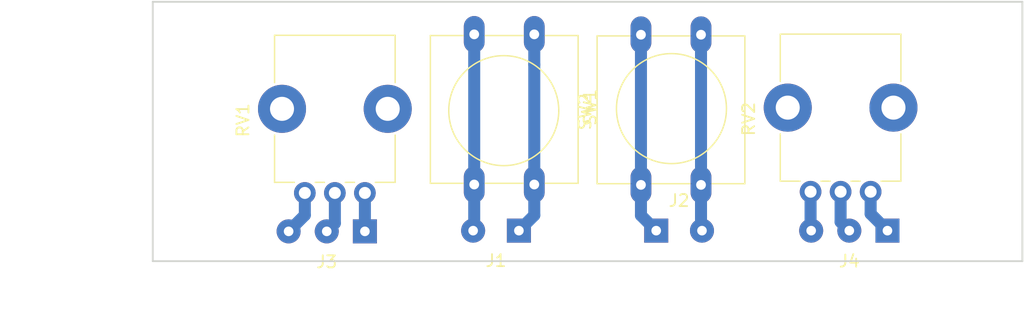
<source format=kicad_pcb>
(kicad_pcb (version 20171130) (host pcbnew 5.0.2-bee76a0~70~ubuntu16.04.1)

  (general
    (thickness 1.6)
    (drawings 6)
    (tracks 26)
    (zones 0)
    (modules 8)
    (nets 10)
  )

  (page A4)
  (layers
    (0 F.Cu signal)
    (31 B.Cu signal)
    (32 B.Adhes user)
    (33 F.Adhes user)
    (34 B.Paste user)
    (35 F.Paste user)
    (36 B.SilkS user)
    (37 F.SilkS user)
    (38 B.Mask user)
    (39 F.Mask user)
    (40 Dwgs.User user)
    (41 Cmts.User user)
    (42 Eco1.User user)
    (43 Eco2.User user)
    (44 Edge.Cuts user)
    (45 Margin user)
    (46 B.CrtYd user)
    (47 F.CrtYd user)
    (48 B.Fab user)
    (49 F.Fab user)
  )

  (setup
    (last_trace_width 1)
    (trace_clearance 0.5)
    (zone_clearance 0.508)
    (zone_45_only no)
    (trace_min 0.2)
    (segment_width 0.2)
    (edge_width 0.15)
    (via_size 0.8)
    (via_drill 0.4)
    (via_min_size 0.4)
    (via_min_drill 0.3)
    (uvia_size 0.3)
    (uvia_drill 0.1)
    (uvias_allowed no)
    (uvia_min_size 0.2)
    (uvia_min_drill 0.1)
    (pcb_text_width 0.3)
    (pcb_text_size 1.5 1.5)
    (mod_edge_width 0.15)
    (mod_text_size 1 1)
    (mod_text_width 0.15)
    (pad_size 1.524 1.524)
    (pad_drill 0.762)
    (pad_to_mask_clearance 0.051)
    (solder_mask_min_width 0.25)
    (aux_axis_origin 0 0)
    (visible_elements FFFFFF7F)
    (pcbplotparams
      (layerselection 0x010fc_ffffffff)
      (usegerberextensions false)
      (usegerberattributes false)
      (usegerberadvancedattributes false)
      (creategerberjobfile false)
      (excludeedgelayer true)
      (linewidth 0.100000)
      (plotframeref false)
      (viasonmask false)
      (mode 1)
      (useauxorigin false)
      (hpglpennumber 1)
      (hpglpenspeed 20)
      (hpglpendiameter 15.000000)
      (psnegative false)
      (psa4output false)
      (plotreference true)
      (plotvalue true)
      (plotinvisibletext false)
      (padsonsilk false)
      (subtractmaskfromsilk false)
      (outputformat 1)
      (mirror false)
      (drillshape 1)
      (scaleselection 1)
      (outputdirectory ""))
  )

  (net 0 "")
  (net 1 "Net-(J1-Pad1)")
  (net 2 "Net-(J1-Pad2)")
  (net 3 "Net-(J3-Pad1)")
  (net 4 "Net-(J3-Pad2)")
  (net 5 "Net-(J3-Pad3)")
  (net 6 "Net-(J4-Pad3)")
  (net 7 "Net-(J4-Pad2)")
  (net 8 "Net-(J4-Pad1)")
  (net 9 "Net-(J2-Pad2)")

  (net_class Default "This is the default net class."
    (clearance 0.5)
    (trace_width 1)
    (via_dia 0.8)
    (via_drill 0.4)
    (uvia_dia 0.3)
    (uvia_drill 0.1)
    (add_net "Net-(J1-Pad1)")
    (add_net "Net-(J1-Pad2)")
    (add_net "Net-(J2-Pad2)")
    (add_net "Net-(J3-Pad1)")
    (add_net "Net-(J3-Pad2)")
    (add_net "Net-(J3-Pad3)")
    (add_net "Net-(J4-Pad1)")
    (add_net "Net-(J4-Pad2)")
    (add_net "Net-(J4-Pad3)")
  )

  (module Potentiometer_THT:Potentiometer_Alps_RK09K_Single_Vertical (layer F.Cu) (tedit 5A3D4993) (tstamp 5C270F83)
    (at 100.4 126.3 90)
    (descr "Potentiometer, vertical, Alps RK09K Single, http://www.alps.com/prod/info/E/HTML/Potentiometer/RotaryPotentiometers/RK09K/RK09K_list.html")
    (tags "Potentiometer vertical Alps RK09K Single")
    (path /5C1A7280)
    (fp_text reference RV2 (at 6.05 -10.15 90) (layer F.SilkS)
      (effects (font (size 1 1) (thickness 0.15)))
    )
    (fp_text value R_POT (at 6.05 5.15 90) (layer F.Fab)
      (effects (font (size 1 1) (thickness 0.15)))
    )
    (fp_text user %R (at 2 -2.5 180) (layer F.Fab)
      (effects (font (size 1 1) (thickness 0.15)))
    )
    (fp_line (start 13.25 -9.15) (end -1.15 -9.15) (layer F.CrtYd) (width 0.05))
    (fp_line (start 13.25 4.15) (end 13.25 -9.15) (layer F.CrtYd) (width 0.05))
    (fp_line (start -1.15 4.15) (end 13.25 4.15) (layer F.CrtYd) (width 0.05))
    (fp_line (start -1.15 -9.15) (end -1.15 4.15) (layer F.CrtYd) (width 0.05))
    (fp_line (start 13.12 -7.521) (end 13.12 2.52) (layer F.SilkS) (width 0.12))
    (fp_line (start 0.88 0.87) (end 0.88 2.52) (layer F.SilkS) (width 0.12))
    (fp_line (start 0.88 -1.629) (end 0.88 -0.87) (layer F.SilkS) (width 0.12))
    (fp_line (start 0.88 -4.129) (end 0.88 -3.37) (layer F.SilkS) (width 0.12))
    (fp_line (start 0.88 -7.521) (end 0.88 -5.871) (layer F.SilkS) (width 0.12))
    (fp_line (start 9.184 2.52) (end 13.12 2.52) (layer F.SilkS) (width 0.12))
    (fp_line (start 0.88 2.52) (end 4.817 2.52) (layer F.SilkS) (width 0.12))
    (fp_line (start 9.184 -7.521) (end 13.12 -7.521) (layer F.SilkS) (width 0.12))
    (fp_line (start 0.88 -7.521) (end 4.817 -7.521) (layer F.SilkS) (width 0.12))
    (fp_line (start 13 -7.4) (end 1 -7.4) (layer F.Fab) (width 0.1))
    (fp_line (start 13 2.4) (end 13 -7.4) (layer F.Fab) (width 0.1))
    (fp_line (start 1 2.4) (end 13 2.4) (layer F.Fab) (width 0.1))
    (fp_line (start 1 -7.4) (end 1 2.4) (layer F.Fab) (width 0.1))
    (fp_circle (center 7.5 -2.5) (end 10.5 -2.5) (layer F.Fab) (width 0.1))
    (pad "" np_thru_hole circle (at 7 1.9 90) (size 4 4) (drill 2) (layers *.Cu *.Mask))
    (pad "" np_thru_hole circle (at 7 -6.9 90) (size 4 4) (drill 2) (layers *.Cu *.Mask))
    (pad 1 thru_hole circle (at 0 0 90) (size 1.8 1.8) (drill 1) (layers *.Cu *.Mask)
      (net 8 "Net-(J4-Pad1)"))
    (pad 2 thru_hole circle (at 0 -2.5 90) (size 1.8 1.8) (drill 1) (layers *.Cu *.Mask)
      (net 7 "Net-(J4-Pad2)"))
    (pad 3 thru_hole circle (at 0 -5 90) (size 1.8 1.8) (drill 1) (layers *.Cu *.Mask)
      (net 6 "Net-(J4-Pad3)"))
    (model ${KISYS3DMOD}/Potentiometer_THT.3dshapes/Potentiometer_Alps_RK09K_Single_Vertical.wrl
      (at (xyz 0 0 0))
      (scale (xyz 1 1 1))
      (rotate (xyz 0 0 0))
    )
  )

  (module Connector_Wire:SolderWirePad_1x02_P3.81mm_Drill0.8mm (layer F.Cu) (tedit 5AEE54BF) (tstamp 5C27061B)
    (at 71.12 129.54 180)
    (descr "Wire solder connection")
    (tags connector)
    (path /5C1A7BF7)
    (attr virtual)
    (fp_text reference J1 (at 1.905 -2.5 180) (layer F.SilkS)
      (effects (font (size 1 1) (thickness 0.15)))
    )
    (fp_text value Conn_01x02_Male (at 1.905 2.54 180) (layer F.Fab)
      (effects (font (size 1 1) (thickness 0.15)))
    )
    (fp_text user %R (at 1.905 0 180) (layer F.Fab)
      (effects (font (size 1 1) (thickness 0.15)))
    )
    (fp_line (start -1.49 -1.5) (end 5.31 -1.5) (layer F.CrtYd) (width 0.05))
    (fp_line (start -1.49 -1.5) (end -1.49 1.5) (layer F.CrtYd) (width 0.05))
    (fp_line (start 5.31 1.5) (end 5.31 -1.5) (layer F.CrtYd) (width 0.05))
    (fp_line (start 5.31 1.5) (end -1.49 1.5) (layer F.CrtYd) (width 0.05))
    (pad 1 thru_hole rect (at 0 0 180) (size 1.99898 1.99898) (drill 0.8001) (layers *.Cu *.Mask)
      (net 1 "Net-(J1-Pad1)"))
    (pad 2 thru_hole circle (at 3.81 0 180) (size 1.99898 1.99898) (drill 0.8001) (layers *.Cu *.Mask)
      (net 2 "Net-(J1-Pad2)"))
  )

  (module Connector_Wire:SolderWirePad_1x02_P3.81mm_Drill0.8mm (layer F.Cu) (tedit 5AEE54BF) (tstamp 5C270626)
    (at 82.55 129.54)
    (descr "Wire solder connection")
    (tags connector)
    (path /5C1A7D4A)
    (attr virtual)
    (fp_text reference J2 (at 1.905 -2.5) (layer F.SilkS)
      (effects (font (size 1 1) (thickness 0.15)))
    )
    (fp_text value Conn_01x02_Male (at 1.905 2.54) (layer F.Fab)
      (effects (font (size 1 1) (thickness 0.15)))
    )
    (fp_line (start 5.31 1.5) (end -1.49 1.5) (layer F.CrtYd) (width 0.05))
    (fp_line (start 5.31 1.5) (end 5.31 -1.5) (layer F.CrtYd) (width 0.05))
    (fp_line (start -1.49 -1.5) (end -1.49 1.5) (layer F.CrtYd) (width 0.05))
    (fp_line (start -1.49 -1.5) (end 5.31 -1.5) (layer F.CrtYd) (width 0.05))
    (fp_text user %R (at 1.905 0) (layer F.Fab)
      (effects (font (size 1 1) (thickness 0.15)))
    )
    (pad 2 thru_hole circle (at 3.81 0) (size 1.99898 1.99898) (drill 0.8001) (layers *.Cu *.Mask)
      (net 9 "Net-(J2-Pad2)"))
    (pad 1 thru_hole rect (at 0 0) (size 1.99898 1.99898) (drill 0.8001) (layers *.Cu *.Mask)
      (net 1 "Net-(J1-Pad1)"))
  )

  (module Connector_Wire:SolderWirePad_1x03_P3.175mm_Drill0.8mm (layer F.Cu) (tedit 5AEE57A0) (tstamp 5C271027)
    (at 58.3 129.6 180)
    (descr "Wire solder connection")
    (tags connector)
    (path /5C1A7AB6)
    (attr virtual)
    (fp_text reference J3 (at 3.175 -2.54 180) (layer F.SilkS)
      (effects (font (size 1 1) (thickness 0.15)))
    )
    (fp_text value Conn_01x03_Male (at 3.175 2.54 180) (layer F.Fab)
      (effects (font (size 1 1) (thickness 0.15)))
    )
    (fp_text user %R (at 3.175 0 180) (layer F.Fab)
      (effects (font (size 1 1) (thickness 0.15)))
    )
    (fp_line (start -1.49 -1.5) (end 7.85 -1.5) (layer F.CrtYd) (width 0.05))
    (fp_line (start -1.49 -1.5) (end -1.49 1.5) (layer F.CrtYd) (width 0.05))
    (fp_line (start 7.85 1.5) (end 7.85 -1.5) (layer F.CrtYd) (width 0.05))
    (fp_line (start 7.85 1.5) (end -1.49 1.5) (layer F.CrtYd) (width 0.05))
    (pad 1 thru_hole rect (at 0 0 180) (size 1.99898 1.99898) (drill 0.8001) (layers *.Cu *.Mask)
      (net 3 "Net-(J3-Pad1)"))
    (pad 2 thru_hole circle (at 3.175 0 180) (size 1.99898 1.99898) (drill 0.8001) (layers *.Cu *.Mask)
      (net 4 "Net-(J3-Pad2)"))
    (pad 3 thru_hole circle (at 6.35 0 180) (size 1.99898 1.99898) (drill 0.8001) (layers *.Cu *.Mask)
      (net 5 "Net-(J3-Pad3)"))
  )

  (module Connector_Wire:SolderWirePad_1x03_P3.175mm_Drill0.8mm (layer F.Cu) (tedit 5AEE57A0) (tstamp 5C27063E)
    (at 101.8 129.54 180)
    (descr "Wire solder connection")
    (tags connector)
    (path /5C1A7AE0)
    (attr virtual)
    (fp_text reference J4 (at 3.175 -2.54 180) (layer F.SilkS)
      (effects (font (size 1 1) (thickness 0.15)))
    )
    (fp_text value Conn_01x03_Male (at 3.175 2.54 180) (layer F.Fab)
      (effects (font (size 1 1) (thickness 0.15)))
    )
    (fp_line (start 7.85 1.5) (end -1.49 1.5) (layer F.CrtYd) (width 0.05))
    (fp_line (start 7.85 1.5) (end 7.85 -1.5) (layer F.CrtYd) (width 0.05))
    (fp_line (start -1.49 -1.5) (end -1.49 1.5) (layer F.CrtYd) (width 0.05))
    (fp_line (start -1.49 -1.5) (end 7.85 -1.5) (layer F.CrtYd) (width 0.05))
    (fp_text user %R (at 3.175 0 180) (layer F.Fab)
      (effects (font (size 1 1) (thickness 0.15)))
    )
    (pad 3 thru_hole circle (at 6.35 0 180) (size 1.99898 1.99898) (drill 0.8001) (layers *.Cu *.Mask)
      (net 6 "Net-(J4-Pad3)"))
    (pad 2 thru_hole circle (at 3.175 0 180) (size 1.99898 1.99898) (drill 0.8001) (layers *.Cu *.Mask)
      (net 7 "Net-(J4-Pad2)"))
    (pad 1 thru_hole rect (at 0 0 180) (size 1.99898 1.99898) (drill 0.8001) (layers *.Cu *.Mask)
      (net 8 "Net-(J4-Pad1)"))
  )

  (module Potentiometer_THT:Potentiometer_Alps_RK09K_Single_Vertical (layer F.Cu) (tedit 5A3D4993) (tstamp 5C27065A)
    (at 58.3 126.4 90)
    (descr "Potentiometer, vertical, Alps RK09K Single, http://www.alps.com/prod/info/E/HTML/Potentiometer/RotaryPotentiometers/RK09K/RK09K_list.html")
    (tags "Potentiometer vertical Alps RK09K Single")
    (path /5C1A711A)
    (fp_text reference RV1 (at 6.05 -10.15 90) (layer F.SilkS)
      (effects (font (size 1 1) (thickness 0.15)))
    )
    (fp_text value R_POT (at 6.05 5.15 90) (layer F.Fab)
      (effects (font (size 1 1) (thickness 0.15)))
    )
    (fp_circle (center 7.5 -2.5) (end 10.5 -2.5) (layer F.Fab) (width 0.1))
    (fp_line (start 1 -7.4) (end 1 2.4) (layer F.Fab) (width 0.1))
    (fp_line (start 1 2.4) (end 13 2.4) (layer F.Fab) (width 0.1))
    (fp_line (start 13 2.4) (end 13 -7.4) (layer F.Fab) (width 0.1))
    (fp_line (start 13 -7.4) (end 1 -7.4) (layer F.Fab) (width 0.1))
    (fp_line (start 0.88 -7.521) (end 4.817 -7.521) (layer F.SilkS) (width 0.12))
    (fp_line (start 9.184 -7.521) (end 13.12 -7.521) (layer F.SilkS) (width 0.12))
    (fp_line (start 0.88 2.52) (end 4.817 2.52) (layer F.SilkS) (width 0.12))
    (fp_line (start 9.184 2.52) (end 13.12 2.52) (layer F.SilkS) (width 0.12))
    (fp_line (start 0.88 -7.521) (end 0.88 -5.871) (layer F.SilkS) (width 0.12))
    (fp_line (start 0.88 -4.129) (end 0.88 -3.37) (layer F.SilkS) (width 0.12))
    (fp_line (start 0.88 -1.629) (end 0.88 -0.87) (layer F.SilkS) (width 0.12))
    (fp_line (start 0.88 0.87) (end 0.88 2.52) (layer F.SilkS) (width 0.12))
    (fp_line (start 13.12 -7.521) (end 13.12 2.52) (layer F.SilkS) (width 0.12))
    (fp_line (start -1.15 -9.15) (end -1.15 4.15) (layer F.CrtYd) (width 0.05))
    (fp_line (start -1.15 4.15) (end 13.25 4.15) (layer F.CrtYd) (width 0.05))
    (fp_line (start 13.25 4.15) (end 13.25 -9.15) (layer F.CrtYd) (width 0.05))
    (fp_line (start 13.25 -9.15) (end -1.15 -9.15) (layer F.CrtYd) (width 0.05))
    (fp_text user %R (at 2 -2.5 180) (layer F.Fab)
      (effects (font (size 1 1) (thickness 0.15)))
    )
    (pad 3 thru_hole circle (at 0 -5 90) (size 1.8 1.8) (drill 1) (layers *.Cu *.Mask)
      (net 5 "Net-(J3-Pad3)"))
    (pad 2 thru_hole circle (at 0 -2.5 90) (size 1.8 1.8) (drill 1) (layers *.Cu *.Mask)
      (net 4 "Net-(J3-Pad2)"))
    (pad 1 thru_hole circle (at 0 0 90) (size 1.8 1.8) (drill 1) (layers *.Cu *.Mask)
      (net 3 "Net-(J3-Pad1)"))
    (pad "" np_thru_hole circle (at 7 -6.9 90) (size 4 4) (drill 2) (layers *.Cu *.Mask))
    (pad "" np_thru_hole circle (at 7 1.9 90) (size 4 4) (drill 2) (layers *.Cu *.Mask))
    (model ${KISYS3DMOD}/Potentiometer_THT.3dshapes/Potentiometer_Alps_RK09K_Single_Vertical.wrl
      (at (xyz 0 0 0))
      (scale (xyz 1 1 1))
      (rotate (xyz 0 0 0))
    )
  )

  (module Button_Switch_THT:SW_PUSH-12mm (layer F.Cu) (tedit 5A02FE31) (tstamp 5C1D2165)
    (at 72.4 113.2 270)
    (descr "SW PUSH 12mm https://www.e-switch.com/system/asset/product_line/data_sheet/143/TL1100.pdf")
    (tags "tact sw push 12mm")
    (path /5C1A77E9)
    (fp_text reference SW1 (at 6.08 -4.66 270) (layer F.SilkS)
      (effects (font (size 1 1) (thickness 0.15)))
    )
    (fp_text value SW_Push (at 6.62 9.93 270) (layer F.Fab)
      (effects (font (size 1 1) (thickness 0.15)))
    )
    (fp_line (start 12.4 -3.65) (end 12.4 -0.93) (layer F.SilkS) (width 0.12))
    (fp_line (start 12.4 5.93) (end 12.4 8.65) (layer F.SilkS) (width 0.12))
    (fp_line (start 0.1 4.07) (end 0.1 0.93) (layer F.SilkS) (width 0.12))
    (fp_line (start 0.1 8.65) (end 0.1 5.93) (layer F.SilkS) (width 0.12))
    (fp_line (start 0.25 -3.5) (end 0.25 8.5) (layer F.Fab) (width 0.1))
    (fp_circle (center 6.35 2.54) (end 10.16 5.08) (layer F.SilkS) (width 0.12))
    (fp_line (start 14.25 8.75) (end -1.77 8.75) (layer F.CrtYd) (width 0.05))
    (fp_line (start 14.25 8.75) (end 14.25 -3.75) (layer F.CrtYd) (width 0.05))
    (fp_line (start -1.77 -3.75) (end -1.77 8.75) (layer F.CrtYd) (width 0.05))
    (fp_line (start -1.77 -3.75) (end 14.25 -3.75) (layer F.CrtYd) (width 0.05))
    (fp_line (start 0.1 -0.93) (end 0.1 -3.65) (layer F.SilkS) (width 0.12))
    (fp_line (start 12.4 8.65) (end 0.1 8.65) (layer F.SilkS) (width 0.12))
    (fp_line (start 12.4 0.93) (end 12.4 4.07) (layer F.SilkS) (width 0.12))
    (fp_line (start 0.1 -3.65) (end 12.4 -3.65) (layer F.SilkS) (width 0.12))
    (fp_text user %R (at 6.35 2.54 270) (layer F.Fab)
      (effects (font (size 1 1) (thickness 0.15)))
    )
    (fp_line (start 12.25 -3.5) (end 12.25 8.5) (layer F.Fab) (width 0.1))
    (fp_line (start 0.25 -3.5) (end 12.25 -3.5) (layer F.Fab) (width 0.1))
    (fp_line (start 0.25 8.5) (end 12.25 8.5) (layer F.Fab) (width 0.1))
    (pad 2 thru_hole oval (at 0 5 270) (size 3.048 1.7272) (drill 0.8128) (layers *.Cu *.Mask)
      (net 2 "Net-(J1-Pad2)"))
    (pad 1 thru_hole oval (at 0 0 270) (size 3.048 1.7272) (drill 0.8128) (layers *.Cu *.Mask)
      (net 1 "Net-(J1-Pad1)"))
    (pad 2 thru_hole oval (at 12.5 5 270) (size 3.048 1.7272) (drill 0.8128) (layers *.Cu *.Mask)
      (net 2 "Net-(J1-Pad2)"))
    (pad 1 thru_hole oval (at 12.5 0 270) (size 3.048 1.7272) (drill 0.8128) (layers *.Cu *.Mask)
      (net 1 "Net-(J1-Pad1)"))
    (model ${KISYS3DMOD}/Button_Switch_THT.3dshapes/SW_PUSH-12mm.wrl
      (at (xyz 0 0 0))
      (scale (xyz 1 1 1))
      (rotate (xyz 0 0 0))
    )
  )

  (module Button_Switch_THT:SW_PUSH-12mm (layer F.Cu) (tedit 5A02FE31) (tstamp 5C28A056)
    (at 81.28 125.73 90)
    (descr "SW PUSH 12mm https://www.e-switch.com/system/asset/product_line/data_sheet/143/TL1100.pdf")
    (tags "tact sw push 12mm")
    (path /5C1A756B)
    (fp_text reference SW2 (at 6.08 -4.66 90) (layer F.SilkS)
      (effects (font (size 1 1) (thickness 0.15)))
    )
    (fp_text value SW_Push (at 6.62 9.93 90) (layer F.Fab)
      (effects (font (size 1 1) (thickness 0.15)))
    )
    (fp_line (start 0.25 8.5) (end 12.25 8.5) (layer F.Fab) (width 0.1))
    (fp_line (start 0.25 -3.5) (end 12.25 -3.5) (layer F.Fab) (width 0.1))
    (fp_line (start 12.25 -3.5) (end 12.25 8.5) (layer F.Fab) (width 0.1))
    (fp_text user %R (at 6.35 2.54 90) (layer F.Fab)
      (effects (font (size 1 1) (thickness 0.15)))
    )
    (fp_line (start 0.1 -3.65) (end 12.4 -3.65) (layer F.SilkS) (width 0.12))
    (fp_line (start 12.4 0.93) (end 12.4 4.07) (layer F.SilkS) (width 0.12))
    (fp_line (start 12.4 8.65) (end 0.1 8.65) (layer F.SilkS) (width 0.12))
    (fp_line (start 0.1 -0.93) (end 0.1 -3.65) (layer F.SilkS) (width 0.12))
    (fp_line (start -1.77 -3.75) (end 14.25 -3.75) (layer F.CrtYd) (width 0.05))
    (fp_line (start -1.77 -3.75) (end -1.77 8.75) (layer F.CrtYd) (width 0.05))
    (fp_line (start 14.25 8.75) (end 14.25 -3.75) (layer F.CrtYd) (width 0.05))
    (fp_line (start 14.25 8.75) (end -1.77 8.75) (layer F.CrtYd) (width 0.05))
    (fp_circle (center 6.35 2.54) (end 10.16 5.08) (layer F.SilkS) (width 0.12))
    (fp_line (start 0.25 -3.5) (end 0.25 8.5) (layer F.Fab) (width 0.1))
    (fp_line (start 0.1 8.65) (end 0.1 5.93) (layer F.SilkS) (width 0.12))
    (fp_line (start 0.1 4.07) (end 0.1 0.93) (layer F.SilkS) (width 0.12))
    (fp_line (start 12.4 5.93) (end 12.4 8.65) (layer F.SilkS) (width 0.12))
    (fp_line (start 12.4 -3.65) (end 12.4 -0.93) (layer F.SilkS) (width 0.12))
    (pad 1 thru_hole oval (at 12.5 0 90) (size 3.048 1.7272) (drill 0.8128) (layers *.Cu *.Mask)
      (net 1 "Net-(J1-Pad1)"))
    (pad 2 thru_hole oval (at 12.5 5 90) (size 3.048 1.7272) (drill 0.8128) (layers *.Cu *.Mask)
      (net 9 "Net-(J2-Pad2)"))
    (pad 1 thru_hole oval (at 0 0 90) (size 3.048 1.7272) (drill 0.8128) (layers *.Cu *.Mask)
      (net 1 "Net-(J1-Pad1)"))
    (pad 2 thru_hole oval (at 0 5 90) (size 3.048 1.7272) (drill 0.8128) (layers *.Cu *.Mask)
      (net 9 "Net-(J2-Pad2)"))
    (model ${KISYS3DMOD}/Button_Switch_THT.3dshapes/SW_PUSH-12mm.wrl
      (at (xyz 0 0 0))
      (scale (xyz 1 1 1))
      (rotate (xyz 0 0 0))
    )
  )

  (dimension 21.59 (width 0.3) (layer Dwgs.User)
    (gr_text "21,590 mm" (at 33.46 121.285 90) (layer Dwgs.User)
      (effects (font (size 1.5 1.5) (thickness 0.3)))
    )
    (feature1 (pts (xy 40.64 110.49) (xy 34.973579 110.49)))
    (feature2 (pts (xy 40.64 132.08) (xy 34.973579 132.08)))
    (crossbar (pts (xy 35.56 132.08) (xy 35.56 110.49)))
    (arrow1a (pts (xy 35.56 110.49) (xy 36.146421 111.616504)))
    (arrow1b (pts (xy 35.56 110.49) (xy 34.973579 111.616504)))
    (arrow2a (pts (xy 35.56 132.08) (xy 36.146421 130.953496)))
    (arrow2b (pts (xy 35.56 132.08) (xy 34.973579 130.953496)))
  )
  (dimension 72.39 (width 0.3) (layer Dwgs.User)
    (gr_text "72,390 mm" (at 76.835 139.26) (layer Dwgs.User)
      (effects (font (size 1.5 1.5) (thickness 0.3)))
    )
    (feature1 (pts (xy 113.03 132.08) (xy 113.03 137.746421)))
    (feature2 (pts (xy 40.64 132.08) (xy 40.64 137.746421)))
    (crossbar (pts (xy 40.64 137.16) (xy 113.03 137.16)))
    (arrow1a (pts (xy 113.03 137.16) (xy 111.903496 137.746421)))
    (arrow1b (pts (xy 113.03 137.16) (xy 111.903496 136.573579)))
    (arrow2a (pts (xy 40.64 137.16) (xy 41.766504 137.746421)))
    (arrow2b (pts (xy 40.64 137.16) (xy 41.766504 136.573579)))
  )
  (gr_line (start 40.64 132.08) (end 40.64 110.49) (layer Edge.Cuts) (width 0.15))
  (gr_line (start 113.03 132.08) (end 40.64 132.08) (layer Edge.Cuts) (width 0.15))
  (gr_line (start 113.03 110.49) (end 113.03 132.08) (layer Edge.Cuts) (width 0.15))
  (gr_line (start 40.64 110.49) (end 113.03 110.49) (layer Edge.Cuts) (width 0.15))

  (segment (start 72.4 115.724) (end 72.4 125.7) (width 1) (layer B.Cu) (net 1))
  (segment (start 72.4 113.2) (end 72.4 115.724) (width 1) (layer B.Cu) (net 1))
  (segment (start 72.4 128.26) (end 71.12 129.54) (width 1) (layer B.Cu) (net 1))
  (segment (start 72.4 125.7) (end 72.4 128.26) (width 1) (layer B.Cu) (net 1))
  (segment (start 67.39 129.46) (end 67.31 129.54) (width 1) (layer B.Cu) (net 2))
  (segment (start 67.4 129.45) (end 67.31 129.54) (width 1) (layer B.Cu) (net 2))
  (segment (start 67.4 113.2) (end 67.4 129.45) (width 1) (layer B.Cu) (net 2))
  (segment (start 58.3 126.4) (end 58.3 129.6) (width 1) (layer B.Cu) (net 3))
  (segment (start 55.8 128.925) (end 55.125 129.6) (width 1) (layer B.Cu) (net 4))
  (segment (start 55.8 126.4) (end 55.8 128.925) (width 1) (layer B.Cu) (net 4))
  (segment (start 53.3 128.25) (end 51.95 129.6) (width 1) (layer B.Cu) (net 5))
  (segment (start 53.3 126.4) (end 53.3 128.25) (width 1) (layer B.Cu) (net 5))
  (segment (start 95.4 129.49) (end 95.45 129.54) (width 1) (layer B.Cu) (net 6))
  (segment (start 95.4 126.3) (end 95.4 129.49) (width 1) (layer B.Cu) (net 6))
  (segment (start 98.38 129.495) (end 98.425 129.54) (width 1) (layer B.Cu) (net 7))
  (segment (start 97.9 128.815) (end 98.625 129.54) (width 1) (layer B.Cu) (net 7))
  (segment (start 97.9 126.3) (end 97.9 128.815) (width 1) (layer B.Cu) (net 7))
  (segment (start 100.4 128.14) (end 101.8 129.54) (width 1) (layer B.Cu) (net 8))
  (segment (start 100.4 126.3) (end 100.4 128.14) (width 1) (layer B.Cu) (net 8))
  (segment (start 86.28 112.5696) (end 86.28 113.23) (width 1) (layer B.Cu) (net 9))
  (segment (start 86.28 129.46) (end 86.36 129.54) (width 1) (layer B.Cu) (net 9))
  (segment (start 86.28 113.23) (end 86.28 129.46) (width 1) (layer B.Cu) (net 9))
  (segment (start 81.08 113.03) (end 81.28 113.23) (width 1) (layer B.Cu) (net 1))
  (segment (start 81.28 113.23) (end 81.28 125.73) (width 1) (layer B.Cu) (net 1))
  (segment (start 81.28 128.27) (end 82.55 129.54) (width 1) (layer B.Cu) (net 1))
  (segment (start 81.28 125.73) (end 81.28 128.27) (width 1) (layer B.Cu) (net 1))

)

</source>
